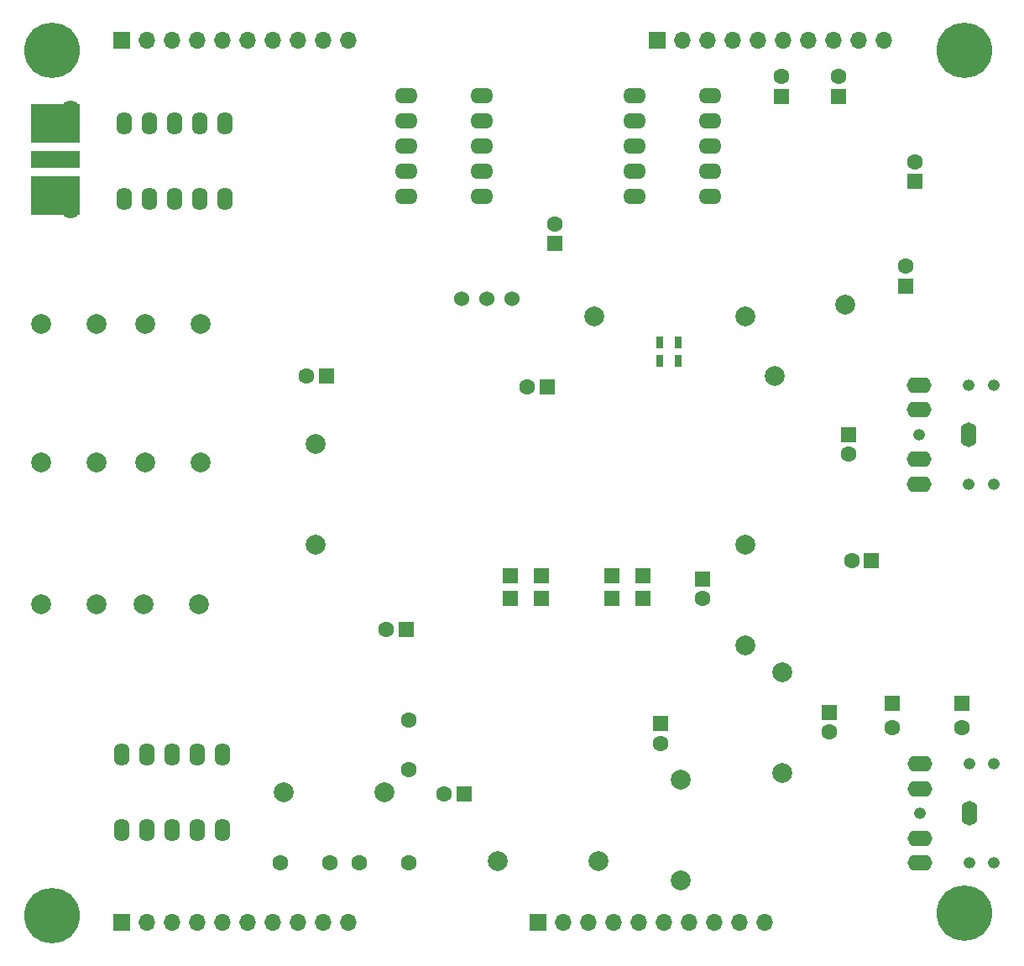
<source format=gbs>
G04 #@! TF.FileFunction,Soldermask,Bot*
%FSLAX46Y46*%
G04 Gerber Fmt 4.6, Leading zero omitted, Abs format (unit mm)*
G04 Created by KiCad (PCBNEW 4.0.7) date 05/14/20 07:05:34*
%MOMM*%
%LPD*%
G01*
G04 APERTURE LIST*
%ADD10C,0.100000*%
%ADD11C,1.524000*%
%ADD12R,1.700000X1.700000*%
%ADD13O,1.700000X1.700000*%
%ADD14C,5.600000*%
%ADD15R,1.600000X1.600000*%
%ADD16C,1.600000*%
%ADD17O,1.600000X2.500000*%
%ADD18O,1.200000X1.200000*%
%ADD19O,2.500000X1.600000*%
%ADD20C,1.998980*%
%ADD21R,0.750000X1.200000*%
%ADD22C,1.800000*%
%ADD23R,5.000000X1.800000*%
%ADD24R,5.000000X3.960000*%
%ADD25O,2.300000X1.600000*%
%ADD26O,1.600000X2.300000*%
G04 APERTURE END LIST*
D10*
D11*
X162814000Y-69088000D03*
X160274000Y-69088000D03*
X165354000Y-69088000D03*
D12*
X168000000Y-132000000D03*
D13*
X170540000Y-132000000D03*
X173080000Y-132000000D03*
X175620000Y-132000000D03*
X178160000Y-132000000D03*
X180700000Y-132000000D03*
X183240000Y-132000000D03*
X185780000Y-132000000D03*
X188320000Y-132000000D03*
X190860000Y-132000000D03*
D14*
X211000000Y-44000000D03*
X119000000Y-44000000D03*
X119000000Y-131250000D03*
X211000000Y-131000000D03*
D15*
X199300000Y-82750000D03*
D16*
X199300000Y-84750000D03*
D15*
X206050000Y-57250000D03*
D16*
X206050000Y-55250000D03*
D15*
X178630000Y-96990000D03*
X178630000Y-99290000D03*
X165240000Y-96990000D03*
X165240000Y-99290000D03*
X168370000Y-96990000D03*
X168370000Y-99290000D03*
X175500000Y-96990000D03*
X175500000Y-99290000D03*
X210750000Y-109850000D03*
D16*
X210750000Y-112350000D03*
D15*
X203750000Y-109850000D03*
D16*
X203750000Y-112350000D03*
D17*
X211500000Y-121000000D03*
D18*
X206500000Y-121000000D03*
D19*
X206500000Y-116000000D03*
X206500000Y-118500000D03*
X206500000Y-123500000D03*
X206500000Y-126000000D03*
D18*
X211500000Y-116000000D03*
X211500000Y-126000000D03*
X214000000Y-116000000D03*
X214000000Y-126000000D03*
D17*
X211450000Y-82750000D03*
D18*
X206450000Y-82750000D03*
D19*
X206450000Y-77750000D03*
X206450000Y-80250000D03*
X206450000Y-85250000D03*
X206450000Y-87750000D03*
D18*
X211450000Y-77750000D03*
X211450000Y-87750000D03*
X213950000Y-77750000D03*
X213950000Y-87750000D03*
D12*
X180000000Y-43000000D03*
D13*
X182540000Y-43000000D03*
X185080000Y-43000000D03*
X187620000Y-43000000D03*
X190160000Y-43000000D03*
X192700000Y-43000000D03*
X195240000Y-43000000D03*
X197780000Y-43000000D03*
X200320000Y-43000000D03*
X202860000Y-43000000D03*
D12*
X126000000Y-132000000D03*
D13*
X128540000Y-132000000D03*
X131080000Y-132000000D03*
X133620000Y-132000000D03*
X136160000Y-132000000D03*
X138700000Y-132000000D03*
X141240000Y-132000000D03*
X143780000Y-132000000D03*
X146320000Y-132000000D03*
X148860000Y-132000000D03*
D20*
X188900000Y-104001260D03*
X188900000Y-93841260D03*
X174101260Y-125750000D03*
X163941260Y-125750000D03*
D21*
X180300000Y-73450000D03*
X180300000Y-75350000D03*
X182150000Y-73450000D03*
X182150000Y-75350000D03*
D20*
X192675000Y-116901260D03*
X192675000Y-106741260D03*
X199036425Y-69663575D03*
X191852220Y-76847780D03*
X182400000Y-127751260D03*
X182400000Y-117591260D03*
X145600000Y-93901260D03*
X145600000Y-83741260D03*
X133992000Y-71604000D03*
X128404000Y-71604000D03*
X123492000Y-71604000D03*
X117904000Y-71604000D03*
X133992000Y-85604000D03*
X128404000Y-85604000D03*
X123492000Y-85604000D03*
X117904000Y-85604000D03*
X128258000Y-99896000D03*
X133846000Y-99896000D03*
X123492000Y-99854000D03*
X117904000Y-99854000D03*
D22*
X120857000Y-49920000D03*
X120857000Y-60080000D03*
D23*
X119350000Y-55000000D03*
D24*
X119350000Y-58620000D03*
X119350000Y-51380000D03*
D22*
X120857000Y-52460000D03*
X120857000Y-57540000D03*
X120857000Y-55000000D03*
D15*
X205100000Y-67800000D03*
D16*
X205100000Y-65800000D03*
D15*
X154700000Y-102450000D03*
D16*
X152700000Y-102450000D03*
D15*
X180400000Y-111900000D03*
D16*
X180400000Y-113900000D03*
D15*
X197400000Y-110775000D03*
D16*
X197400000Y-112775000D03*
D15*
X201650000Y-95500000D03*
D16*
X199650000Y-95500000D03*
D25*
X185400000Y-48600000D03*
X185400000Y-51140000D03*
X185400000Y-53680000D03*
X185400000Y-56220000D03*
X185400000Y-58760000D03*
X177780000Y-58760000D03*
X177780000Y-56220000D03*
X177780000Y-53680000D03*
X177780000Y-51140000D03*
X177780000Y-48600000D03*
D26*
X136400000Y-59000000D03*
X133860000Y-59000000D03*
X131320000Y-59000000D03*
X128780000Y-59000000D03*
X126240000Y-59000000D03*
X126240000Y-51380000D03*
X128780000Y-51380000D03*
X131320000Y-51380000D03*
X133860000Y-51380000D03*
X136400000Y-51380000D03*
D25*
X162300000Y-48600000D03*
X162300000Y-51140000D03*
X162300000Y-53680000D03*
X162300000Y-56220000D03*
X162300000Y-58760000D03*
X154680000Y-58760000D03*
X154680000Y-56220000D03*
X154680000Y-53680000D03*
X154680000Y-51140000D03*
X154680000Y-48600000D03*
D26*
X126050000Y-115050000D03*
X128590000Y-115050000D03*
X131130000Y-115050000D03*
X133670000Y-115050000D03*
X136210000Y-115050000D03*
X136210000Y-122670000D03*
X133670000Y-122670000D03*
X131130000Y-122670000D03*
X128590000Y-122670000D03*
X126050000Y-122670000D03*
D15*
X160550000Y-119050000D03*
D16*
X158550000Y-119050000D03*
D15*
X184600000Y-97300000D03*
D16*
X184600000Y-99300000D03*
D15*
X192600000Y-48650000D03*
D16*
X192600000Y-46650000D03*
D15*
X198300000Y-48650000D03*
D16*
X198300000Y-46650000D03*
D20*
X188900620Y-70850000D03*
X173660620Y-70850000D03*
D15*
X169672000Y-63500000D03*
D16*
X169672000Y-61500000D03*
D15*
X168910000Y-77978000D03*
D16*
X166910000Y-77978000D03*
D15*
X146650000Y-76850000D03*
D16*
X144650000Y-76850000D03*
X154940000Y-116586000D03*
X154940000Y-111586000D03*
D12*
X126000000Y-43000000D03*
D13*
X128540000Y-43000000D03*
X131080000Y-43000000D03*
X133620000Y-43000000D03*
X136160000Y-43000000D03*
X138700000Y-43000000D03*
X141240000Y-43000000D03*
X143780000Y-43000000D03*
X146320000Y-43000000D03*
X148860000Y-43000000D03*
D16*
X141986000Y-125984000D03*
X146986000Y-125984000D03*
D20*
X142318740Y-118872000D03*
X152478740Y-118872000D03*
D16*
X154940000Y-125984000D03*
X149940000Y-125984000D03*
M02*

</source>
